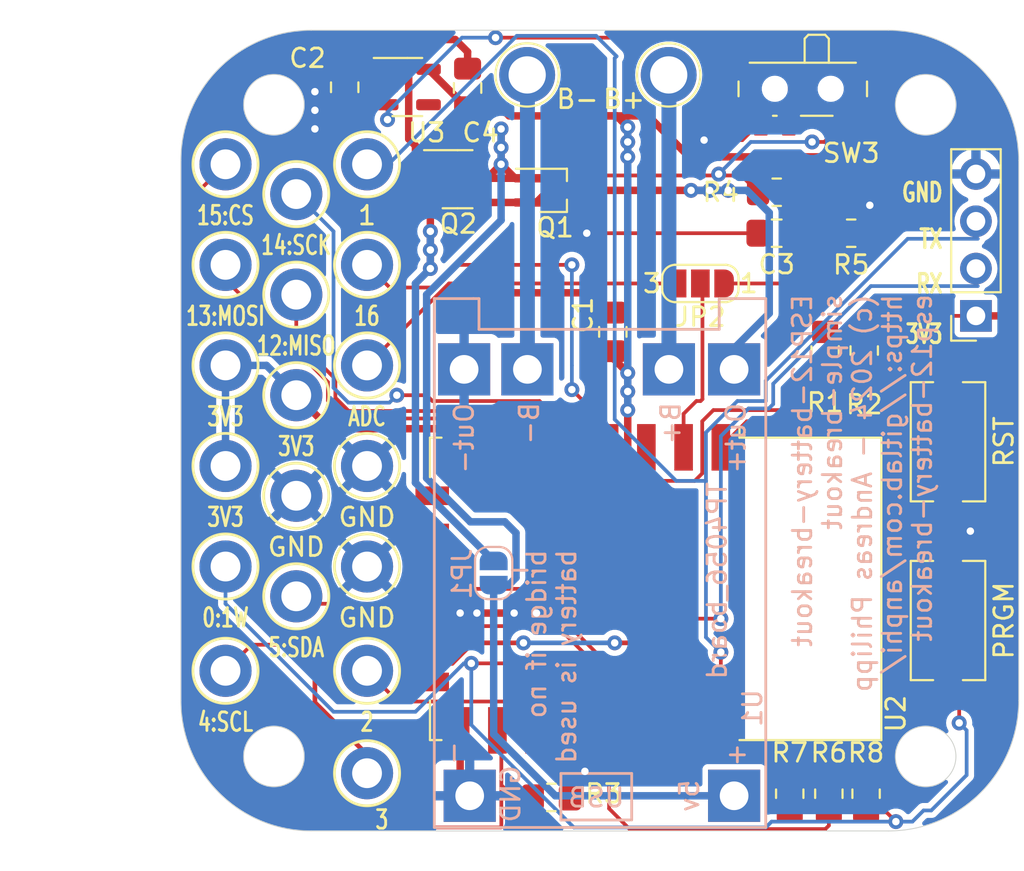
<source format=kicad_pcb>
(kicad_pcb (version 20221018) (generator pcbnew)
  (layers (0 "F.Cu" signal) (31 "B.Cu" signal) (34 "B.Paste" user) (35 "F.Paste" user) (36 "B.SilkS" user "B.Silkscreen") (37 "F.SilkS" user "F.Silkscreen") (38 "B.Mask" user) (39 "F.Mask" user) (44 "Edge.Cuts" user))
  (net 0 "")
  (net 1 "VCC_SENSE")
  (net 2 "GND")
  (net 3 "Net-(J1-Pin_1)")
  (net 4 "Net-(J2-Pin_1)")
  (net 5 "SCL")
  (net 6 "SDA")
  (net 7 "Net-(JP1-A)")
  (net 8 "/RST")
  (net 9 "GPIO0")
  (net 10 "ADC")
  (net 11 "Net-(Q1-D)")
  (net 12 "Net-(U2-EN)")
  (net 13 "ADC_EXT")
  (net 14 "RXD")
  (net 15 "TXD")
  (net 16 "+3V3")
  (net 17 "GPIO15")
  (net 18 "GPIO2")
  (net 19 "GPIO12")
  (net 20 "GPIO13")
  (net 21 "GPIO14")
  (net 22 "GPIO16")
  (net 27 "/VIN")
  (net 31 "EN")
  (footprint "TestPoint:TestPoint_Keystone_5005-5009_Compact" (layer "F.Cu") (at 159.7 63.2)
    (fp_text reference "TP9")
    (fp_text value "16")
  )
  (footprint "TestPoint:TestPoint_Keystone_5005-5009_Compact" (layer "F.Cu") (at 155.9 81)
    (fp_text reference "TP2")
    (fp_text value "5:SDA")
  )
  (footprint "Button_Switch_SMD:SW_Tactile_SPST_NO_Straight_CK_PTS636Sx25SMTRLFS" (layer "F.Cu") (at 190.9 72.7 90)
    (fp_text reference "SW1" hide)
    (fp_text value "RST")
  )
  (footprint "Button_Switch_SMD:SW_Tactile_SPST_NO_Straight_CK_PTS636Sx25SMTRLFS" (layer "F.Cu") (at 190.9 82.3 90)
    (fp_text reference "SW2" hide)
    (fp_text value "PRGM")
  )
  (footprint "TestPoint:TestPoint_Keystone_5005-5009_Compact" (layer "F.Cu") (at 155.9 75.6)
    (fp_text reference "TP18")
    (fp_text value "GND")
  )
  (footprint "Resistor_SMD:R_0805_2012Metric_Pad1.20x1.40mm_HandSolder" (layer "F.Cu") (at 181.7 59.3)
    (fp_text reference "R4")
    (fp_text value "1M")
  )
  (footprint "TestPoint:TestPoint_Keystone_5005-5009_Compact" (layer "F.Cu") (at 159.7 57.8)
    (fp_text reference "TP11" hide)
    (fp_text value "1")
  )
  (footprint "TestPoint:TestPoint_Keystone_5005-5009_Compact" (layer "F.Cu") (at 159.7 74)
    (fp_text reference "TP17")
    (fp_text value "GND")
  )
  (footprint "Package_TO_SOT_SMD:SOT-23-5" (layer "F.Cu") (at 161.8625 53.65)
    (fp_text reference "U3")
    (fp_text value "TLV75533PDBV")
  )
  (footprint "TestPoint:TestPoint_Keystone_5005-5009_Compact" (layer "F.Cu") (at 152.1 57.8)
    (fp_text reference "TP8")
    (fp_text value "15:CS")
  )
  (footprint "Capacitor_SMD:C_0805_2012Metric_Pad1.18x1.45mm_HandSolder" (layer "F.Cu") (at 181.7 61.5 180)
    (fp_text reference "C3")
    (fp_text value "100n")
  )
  (footprint "TestPoint:TestPoint_Keystone_5005-5009_Compact" (layer "F.Cu") (at 152.1 68.6)
    (fp_text reference "TP15")
    (fp_text value "3V3")
  )
  (footprint "Resistor_SMD:R_0805_2012Metric_Pad1.20x1.40mm_HandSolder" (layer "F.Cu") (at 186.5 91.6 -90)
    (fp_text reference "R8")
    (fp_text value "4,7k")
  )
  (footprint "esp-board-lib:daughterboard-template" (layer "F.Cu") (at 149.7 93.6)
    (fp_text reference "REF**" hide)
    (fp_text value "daughterboard-template")
    (fp_line (start 0 -7) (end 0 -36) (stroke (width 0.05)) (layer "Edge.Cuts"))
    (fp_line (start 7 -43) (end 38 -43) (stroke (width 0.05)) (layer "Edge.Cuts"))
    (fp_line (start 38 0) (end 7 0) (stroke (width 0.05)) (layer "Edge.Cuts"))
    (fp_line (start 45 -36) (end 45 -7) (stroke (width 0.05)) (layer "Edge.Cuts"))
    (fp_arc (start 0 -36) (mid 2.050253 -40.949747) (end 7 -43) (stroke (width 0.05)) (layer "Edge.Cuts"))
    (fp_arc (start 7 0) (mid 2.050253 -2.050253) (end 0 -7) (stroke (width 0.05)) (layer "Edge.Cuts"))
    (fp_arc (start 38 -43) (mid 42.949747 -40.949747) (end 45 -36) (stroke (width 0.05)) (layer "Edge.Cuts"))
    (fp_arc (start 45 -7) (mid 42.949747 -2.050253) (end 38 0) (stroke (width 0.05)) (layer "Edge.Cuts"))
    (fp_circle (center 5 -39) (end 3.375 -39) (stroke (width 0.05)) (fill none) (layer "Edge.Cuts"))
    (fp_circle (center 5 -4) (end 3.375 -4) (stroke (width 0.05)) (fill none) (layer "Edge.Cuts"))
    (fp_circle (center 40 -39) (end 38.375 -39) (stroke (width 0.05)) (fill none) (layer "Edge.Cuts"))
    (fp_circle (center 40 -4) (end 38.375 -4) (stroke (width 0.05)) (fill none) (layer "Edge.Cuts"))
  )
  (footprint "Jumper:SolderJumper-3_P1.3mm_Open_RoundedPad1.0x1.5mm_NumberLabels" (layer "F.Cu") (at 177.6 64.2 180)
    (fp_text reference "JP2")
    (fp_text value "ADC_SRC")
  )
  (footprint "Package_TO_SOT_SMD:SOT-23-3" (layer "F.Cu") (at 164.5625 58.6)
    (fp_text reference "Q2")
    (fp_text value "DMN2310U")
  )
  (footprint "Resistor_SMD:R_0805_2012Metric_Pad1.20x1.40mm_HandSolder" (layer "F.Cu") (at 184.5 91.6 -90)
    (fp_text reference "R6")
    (fp_text value "4,7k")
  )
  (footprint "Capacitor_SMD:C_0805_2012Metric_Pad1.18x1.45mm_HandSolder" (layer "F.Cu") (at 165.1 53.7 90)
    (fp_text reference "C4")
    (fp_text value "1u")
  )
  (footprint "Resistor_SMD:R_0805_2012Metric_Pad1.20x1.40mm_HandSolder" (layer "F.Cu") (at 185.7 61.5)
    (fp_text reference "R5")
    (fp_text value "220k")
  )
  (footprint "TestPoint:TestPoint_Keystone_5005-5009_Compact" (layer "F.Cu") (at 159.7 68.6)
    (fp_text reference "TP10")
    (fp_text value "ADC")
  )
  (footprint "TestPoint:TestPoint_Keystone_5005-5009_Compact" (layer "F.Cu") (at 152.1 63.2)
    (fp_text reference "TP6")
    (fp_text value "13:MOSI")
  )
  (footprint "TestPoint:TestPoint_Keystone_5005-5009_Compact" (layer "F.Cu") (at 155.9 64.8)
    (fp_text reference "TP5")
    (fp_text value "12:MISO")
  )
  (footprint "TestPoint:TestPoint_Plated_Hole_D2.0mm" (layer "F.Cu") (at 175.9 53)
    (fp_text reference "J2")
    (fp_text value "B+")
  )
  (footprint "TestPoint:TestPoint_Keystone_5005-5009_Compact" (layer "F.Cu") (at 159.7 85)
    (fp_text reference "TP4")
    (fp_text value "2")
  )
  (footprint "TestPoint:TestPoint_Keystone_5005-5009_Compact" (layer "F.Cu") (at 152.1 74)
    (fp_text reference "TP14")
    (fp_text value "3V3")
  )
  (footprint "TestPoint:TestPoint_Keystone_5005-5009_Compact" (layer "F.Cu") (at 159.7 79.4)
    (fp_text reference "TP16")
    (fp_text value "GND")
  )
  (footprint "Capacitor_SMD:C_0805_2012Metric_Pad1.18x1.45mm_HandSolder" (layer "F.Cu") (at 158.5 53.6625 -90)
    (fp_text reference "C2")
    (fp_text value "1u")
  )
  (footprint "TestPoint:TestPoint_Keystone_5005-5009_Compact" (layer "F.Cu") (at 152.1 79.4)
    (fp_text reference "TP3")
    (fp_text value "0:1W")
  )
  (footprint "Capacitor_SMD:C_0805_2012Metric_Pad1.18x1.45mm_HandSolder" (layer "F.Cu") (at 172.9 66.8 -90)
    (fp_text reference "C1")
    (fp_text value "100n")
  )
  (footprint "Button_Switch_SMD:SW_SPDT_PCM12" (layer "F.Cu") (at 183.1 54.075 180)
    (fp_text reference "SW3")
    (fp_text value "PWR")
  )
  (footprint "Resistor_SMD:R_0805_2012Metric_Pad1.20x1.40mm_HandSolder" (layer "F.Cu") (at 169.6 91.8)
    (fp_text reference "R3")
    (fp_text value "10k")
  )
  (footprint "TestPoint:TestPoint_Keystone_5005-5009_Compact" (layer "F.Cu") (at 155.9 70.2)
    (fp_text reference "TP13")
    (fp_text value "3V3")
  )
  (footprint "Resistor_SMD:R_0805_2012Metric_Pad1.20x1.40mm_HandSolder" (layer "F.Cu") (at 184.3 67.8 -90)
    (fp_text reference "R1")
    (fp_text value "10k")
  )
  (footprint "Resistor_SMD:R_0805_2012Metric_Pad1.20x1.40mm_HandSolder" (layer "F.Cu") (at 182.4 91.6 -90)
    (fp_text reference "R7")
    (fp_text value "4,7k")
  )
  (footprint "TestPoint:TestPoint_Keystone_5005-5009_Compact" (layer "F.Cu") (at 152.1 85)
    (fp_text reference "TP1")
    (fp_text value "4:SCL")
  )
  (footprint "TestPoint:TestPoint_Plated_Hole_D2.0mm" (layer "F.Cu") (at 168.3 53)
    (fp_text reference "J1")
    (fp_text value "B-")
  )
  (footprint "TestPoint:TestPoint_Keystone_5005-5009_Compact" (layer "F.Cu") (at 155.9 59.4)
    (fp_text reference "TP7")
    (fp_text value "14:SCK")
  )
  (footprint "Package_TO_SOT_SMD:SOT-323_SC-70_Handsoldering" (layer "F.Cu") (at 169.7 59.2)
    (fp_text reference "Q1")
    (fp_text value "PMF170XP")
  )
  (footprint "TestPoint:TestPoint_Keystone_5005-5009_Compact" (layer "F.Cu") (at 159.7 90.5)
    (fp_text reference "TP12" hide)
    (fp_text value "3")
  )
  (footprint "Connector_PinSocket_2.54mm:PinSocket_1x04_P2.54mm_Vertical" (layer "F.Cu") (at 192.4 65.94 180)
    (fp_text reference "J3" hide)
    (fp_text value "DEBUG")
  )
  (footprint "Resistor_SMD:R_0805_2012Metric_Pad1.20x1.40mm_HandSolder" (layer "F.Cu") (at 186.4 67.8 -90)
    (fp_text reference "R2")
    (fp_text value "10k")
  )
  (footprint "RF_Module:ESP-12E" (layer "F.Cu") (at 175.2 80.6 -90)
    (fp_text reference "U2")
    (fp_text value "ESP-12E")
  )
  (footprint "Jumper:SolderJumper-2_P1.3mm_Open_RoundedPad1.0x1.5mm" (layer "B.Cu") (at 166.5 79.75 90)
    (fp_text reference "JP1")
    (fp_text value "no battery bridge")
  )
  (footprint "anphi_util:TP4056-18650" (layer "B.Cu") (at 181.1125 93.4125 90)
    (fp_text reference "U1")
    (fp_text value "TP4056_board")
  )
  (gr_line (start 167.5 79.6) (end 168.3 79.6) (stroke (width 0.15)) (layer "B.SilkS"))
  (gr_text "bridge if no \nbattery is used" (at 171 78.4 90) (layer "B.SilkS") (effects (font (size 1 1)) (justify left bottom mirror)))
  (gr_text "ESP12-battery-breakout\nsimple-breakout\n(c) 2024 - Andreas Philipp\nhttps://gitlab.com/anphi/\nesp12-battery-breakout" (at 190.1 64.7 90) (layer "B.SilkS") (effects (font (size 1 1)) (justify left bottom mirror)))
  (gr_text "RX" (at 190.7 64.8) (layer "F.SilkS") (effects (font (size 1 0.7) (thickness 0.175) bold) (justify right bottom)))
  (gr_text "3V3" (at 190.7 67.5) (layer "F.SilkS") (effects (font (size 1 0.7) (thickness 0.175) bold) (justify right bottom)))
  (gr_text "GND" (at 190.7 59.9) (layer "F.SilkS") (effects (font (size 1 0.7) (thickness 0.175) bold) (justify right bottom)))
  (gr_text "TX" (at 190.7 62.4) (layer "F.SilkS") (effects (font (size 1 0.7) (thickness 0.175) bold) (justify right bottom)))
  (segment (start 182.3 64.2) (end 182.7375 63.7625) (width 0.2) (layer "F.Cu") (net 1))
  (segment (start 182.7375 63.7625) (end 182.7375 61.5) (width 0.2) (layer "F.Cu") (net 1))
  (segment (start 184.7 61.5) (end 182.7375 61.5) (width 0.2) (layer "F.Cu") (net 1))
  (segment (start 182.7 59.3) (end 182.7 61.4625) (width 0.2) (layer "F.Cu") (net 1))
  (segment (start 182.7 61.4625) (end 182.7375 61.5) (width 0.2) (layer "F.Cu") (net 1))
  (segment (start 178.9 64.2) (end 182.3 64.2) (width 0.2) (layer "F.Cu") (net 1))
  (segment (start 165.1 52.6625) (end 165.1 51.7625) (width 0.4) (layer "F.Cu") (net 2))
  (segment (start 156.9 51.5) (end 156.9 53.9) (width 0.4) (layer "F.Cu") (net 2))
  (segment (start 186.7 61.5) (end 186.7 60) (width 0.2) (layer "F.Cu") (net 2))
  (segment (start 165.1 51.7625) (end 164.4375 51.1) (width 0.4) (layer "F.Cu") (net 2))
  (segment (start 157.1 54.7) (end 156.9 54.9) (width 0.4) (layer "F.Cu") (net 2))
  (segment (start 171.8375 64.7) (end 172.9 65.7625) (width 0.4) (layer "F.Cu") (net 2))
  (segment (start 158.5 54.7) (end 157.1 54.7) (width 0.4) (layer "F.Cu") (net 2))
  (segment (start 179.855 56.5) (end 177.8 56.5) (width 0.2) (layer "F.Cu") (net 2))
  (segment (start 171.5 61.5) (end 180.6625 61.5) (width 0.2) (layer "F.Cu") (net 2))
  (segment (start 190.9 77.5) (end 192.1 77.5) (width 0.2) (layer "F.Cu") (net 2))
  (segment (start 156.9 55.9) (end 156.9 56) (width 0.4) (layer "F.Cu") (net 2))
  (segment (start 168.8 81.9) (end 168.9 81.9) (width 0.4) (layer "F.Cu") (net 2))
  (segment (start 164.7 88.2) (end 164.7 91.2) (width 0.4) (layer "F.Cu") (net 2))
  (segment (start 170.6 91.8) (end 170.6 91.2) (width 0.25) (layer "F.Cu") (net 2))
  (segment (start 164.4375 51.1) (end 157.3 51.1) (width 0.4) (layer "F.Cu") (net 2))
  (segment (start 190.9 77.5) (end 190.9 76.575) (width 0.2) (layer "F.Cu") (net 2))
  (segment (start 165.6 64.7) (end 171.8375 64.7) (width 0.4) (layer "F.Cu") (net 2))
  (segment (start 156.9 53.9) (end 156.9 54.9) (width 0.4) (layer "F.Cu") (net 2))
  (segment (start 164.9125 68.8125) (end 164.9125 65.4125) (width 0.4) (layer "F.Cu") (net 2))
  (segment (start 156.9 54.9) (end 156.9 55.9) (width 0.4) (layer "F.Cu") (net 2))
  (segment (start 157.3 51.1) (end 156.9 51.5) (width 0.4) (layer "F.Cu") (net 2))
  (segment (start 190.9 78.425) (end 190.9 77.5) (width 0.2) (layer "F.Cu") (net 2))
  (segment (start 167.6 81.9) (end 168.8 81.9) (width 0.4) (layer "F.Cu") (net 2))
  (segment (start 180.85 55.505) (end 179.855 56.5) (width 0.2) (layer "F.Cu") (net 2))
  (segment (start 164.7 81.9) (end 165.6 81.9) (width 0.4) (layer "F.Cu") (net 2))
  (segment (start 164.9 65.4) (end 165.6 64.7) (width 0.4) (layer "F.Cu") (net 2))
  (segment (start 164.7 91.2) (end 165.2125 91.7125) (width 0.2) (layer "F.Cu") (net 2))
  (segment (start 164.9125 65.4125) (end 164.9 65.4) (width 0.4) (layer "F.Cu") (net 2))
  (segment (start 156.9375 53.9375) (end 156.9 53.9) (width 0.4) (layer "F.Cu") (net 2))
  (segment (start 165.6 81.9) (end 167.6 81.9) (width 0.4) (layer "F.Cu") (net 2))
  (segment (start 160.725 53.65) (end 159.55 53.65) (width 0.4) (layer "F.Cu") (net 2))
  (segment (start 159.55 53.65) (end 158.5 54.7) (width 0.4) (layer "F.Cu") (net 2))
  (segment (start 170.6 91.2) (end 171.4 90.4) (width 0.25) (layer "F.Cu") (net 2))
  (via (at 192.1 77.5) (size 0.8) (drill 0.4) (layers "F.Cu" "B.Cu") (net 2))
  (via (at 168.8 81.9) (size 0.8) (drill 0.4) (layers "F.Cu" "B.Cu") (net 2))
  (via (at 156.9 54.9) (size 0.8) (drill 0.4) (layers "F.Cu" "B.Cu") (net 2))
  (via (at 165.6 81.9) (size 0.8) (drill 0.4) (layers "F.Cu" "B.Cu") (net 2))
  (via (at 156.9 55.9) (size 0.8) (drill 0.4) (layers "F.Cu" "B.Cu") (net 2))
  (via (at 171.5 61.5) (size 0.8) (drill 0.4) (layers "F.Cu" "B.Cu") (net 2))
  (via (at 167.6 81.9) (size 0.8) (drill 0.4) (layers "F.Cu" "B.Cu") (net 2))
  (via (at 164.7 81.9) (size 0.8) (drill 0.4) (layers "F.Cu" "B.Cu") (net 2))
  (via (at 177.8 56.5) (size 0.8) (drill 0.4) (layers "F.Cu" "B.Cu") (net 2))
  (via (at 186.7 60) (size 0.8) (drill 0.4) (layers "F.Cu" "B.Cu") (net 2))
  (via (at 171.4 90.4) (size 0.8) (drill 0.4) (layers "F.Cu" "B.Cu") (net 2))
  (via (at 156.9 53.9) (size 0.8) (drill 0.4) (layers "F.Cu" "B.Cu") (net 2))
  (segment (start 168.3125 68.8125) (end 168.3125 52.6125) (width 0.8) (layer "B.Cu") (net 3))
  (segment (start 175.9125 52.6125) (end 175.9 52.6) (width 0.8) (layer "B.Cu") (net 4))
  (segment (start 175.9125 68.8125) (end 175.9125 52.6125) (width 0.8) (layer "B.Cu") (net 4))
  (segment (start 156.2 83.6) (end 157.9 81.9) (width 0.2) (layer "F.Cu") (net 5))
  (segment (start 161.5 81.9) (end 162.2 82.6) (width 0.2) (layer "F.Cu") (net 5))
  (segment (start 172.7 85.4) (end 172.7 88.2) (width 0.2) (layer "F.Cu") (net 5))
  (segment (start 152.1 85) (end 153.5 83.6) (width 0.2) (layer "F.Cu") (net 5))
  (segment (start 184.3125 93.5) (end 173.8 93.5) (width 0.2) (layer "F.Cu") (net 5))
  (segment (start 153.5 83.6) (end 156.2 83.6) (width 0.2) (layer "F.Cu") (net 5))
  (segment (start 184.5 92.5) (end 184.5 93.3125) (width 0.2) (layer "F.Cu") (net 5))
  (segment (start 172.7 92.4) (end 172.7 88.2) (width 0.2) (layer "F.Cu") (net 5))
  (segment (start 162.2 82.6) (end 169.9 82.6) (width 0.2) (layer "F.Cu") (net 5))
  (segment (start 184.5 93.3125) (end 184.3125 93.5) (width 0.2) (layer "F.Cu") (net 5))
  (segment (start 173.8 93.5) (end 172.7 92.4) (width 0.2) (layer "F.Cu") (net 5))
  (segment (start 169.9 82.6) (end 172.7 85.4) (width 0.2) (layer "F.Cu") (net 5))
  (segment (start 157.9 81.9) (end 161.5 81.9) (width 0.2) (layer "F.Cu") (net 5))
  (segment (start 174.7 86.725) (end 174.7 88.2) (width 0.2) (layer "F.Cu") (net 6))
  (segment (start 181.2 91.2) (end 181.2 90.1) (width 0.2) (layer "F.Cu") (net 6))
  (segment (start 181.2 90.1) (end 181 89.9) (width 0.2) (layer "F.Cu") (net 6))
  (segment (start 175.65 89.9) (end 174.7 88.95) (width 0.2) (layer "F.Cu") (net 6))
  (segment (start 168.575 80.6) (end 174.7 86.725) (width 0.2) (layer "F.Cu") (net 6))
  (segment (start 155.9 81) (end 156.3 81.4) (width 0.2) (layer "F.Cu") (net 6))
  (segment (start 181 89.9) (end 175.65 89.9) (width 0.2) (layer "F.Cu") (net 6))
  (segment (start 182.3 92.3) (end 181.2 91.2) (width 0.2) (layer "F.Cu") (net 6))
  (segment (start 161.4 81.4) (end 162.2 80.6) (width 0.2) (layer "F.Cu") (net 6))
  (segment (start 156.3 81.4) (end 161.4 81.4) (width 0.2) (layer "F.Cu") (net 6))
  (segment (start 174.7 88.95) (end 174.7 88.2) (width 0.2) (layer "F.Cu") (net 6))
  (segment (start 162.2 80.6) (end 168.575 80.6) (width 0.2) (layer "F.Cu") (net 6))
  (segment (start 164.375 58.6) (end 163.425 57.65) (width 0.4) (layer "F.Cu") (net 7))
  (segment (start 166.9 57.8) (end 166.9 55.9) (width 0.4) (layer "F.Cu") (net 7))
  (segment (start 167.65 58.55) (end 166.9 57.8) (width 0.4) (layer "F.Cu") (net 7))
  (segment (start 168.37 58.55) (end 165.75 58.55) (width 0.4) (layer "F.Cu") (net 7))
  (segment (start 165.7 58.6) (end 164.375 58.6) (width 0.4) (layer "F.Cu") (net 7))
  (segment (start 165.7 58.6) (end 166.1 58.6) (width 0.4) (layer "F.Cu") (net 7))
  (segment (start 165.75 58.55) (end 165.7 58.6) (width 0.4) (layer "F.Cu") (net 7))
  (segment (start 168.37 58.55) (end 167.65 58.55) (width 0.4) (layer "F.Cu") (net 7))
  (segment (start 166.1 58.6) (end 166.9 57.8) (width 0.4) (layer "F.Cu") (net 7))
  (via (at 166.9 57.8) (size 0.8) (drill 0.4) (layers "F.Cu" "B.Cu") (net 7))
  (via (at 166.9 55.9) (size 0.8) (drill 0.4) (layers "F.Cu" "B.Cu") (net 7))
  (via (at 166.9 56.9) (size 0.8) (drill 0.4) (layers "F.Cu" "B.Cu") (net 7))
  (segment (start 166.5 88.4) (end 166.5 80.4) (width 0.4) (layer "B.Cu") (net 7))
  (segment (start 167.3 80.4) (end 167.7 80) (width 0.4) (layer "B.Cu") (net 7))
  (segment (start 162.9 64.8) (end 166.9 60.8) (width 0.4) (layer "B.Cu") (net 7))
  (segment (start 167.7 77.6) (end 167.1 77) (width 0.4) (layer "B.Cu") (net 7))
  (segment (start 166.9 57.8) (end 166.9 55.9) (width 0.4) (layer "B.Cu") (net 7))
  (segment (start 167.1 77) (end 165.248528 77) (width 0.4) (layer "B.Cu") (net 7))
  (segment (start 179.4125 91.7125) (end 169.8125 91.7125) (width 0.4) (layer "B.Cu") (net 7))
  (segment (start 165.248528 77) (end 162.9 74.651472) (width 0.4) (layer "B.Cu") (net 7))
  (segment (start 166.9 60.8) (end 166.9 57.8) (width 0.4) (layer "B.Cu") (net 7))
  (segment (start 162.9 74.651472) (end 162.9 64.8) (width 0.4) (layer "B.Cu") (net 7))
  (segment (start 166.5 80.4) (end 167.3 80.4) (width 0.4) (layer "B.Cu") (net 7))
  (segment (start 169.8125 91.7125) (end 166.5 88.4) (width 0.4) (layer "B.Cu") (net 7))
  (segment (start 167.7 80) (end 167.7 77.6) (width 0.4) (layer "B.Cu") (net 7))
  (segment (start 190.875 68.8) (end 186.4 68.8) (width 0.2) (layer "F.Cu") (net 8))
  (segment (start 190.9 68.825) (end 190.875 68.8) (width 0.2) (layer "F.Cu") (net 8))
  (segment (start 180.1 71.6) (end 178.7 73) (width 0.2) (layer "F.Cu") (net 8))
  (segment (start 186.4 68.8) (end 186.4 70.3) (width 0.2) (layer "F.Cu") (net 8))
  (segment (start 185.1 71.6) (end 180.1 71.6) (width 0.2) (layer "F.Cu") (net 8))
  (segment (start 186.4 70.3) (end 185.1 71.6) (width 0.2) (layer "F.Cu") (net 8))
  (segment (start 191.5 87.8) (end 191.5 86.775) (width 0.2) (layer "F.Cu") (net 9))
  (segment (start 187.6 92.6) (end 188.1 93.1) (width 0.2) (layer "F.Cu") (net 9))
  (segment (start 170.1 84.6) (end 165.3 84.6) (width 0.2) (layer "F.Cu") (net 9))
  (segment (start 191.5 86.775) (end 190.9 86.175) (width 0.2) (layer "F.Cu") (net 9))
  (segment (start 170.7 85.2) (end 170.1 84.6) (width 0.2) (layer "F.Cu") (net 9))
  (segment (start 186.5 92.6) (end 187.6 92.6) (width 0.2) (layer "F.Cu") (net 9))
  (segment (start 170.7 88.2) (end 170.7 85.2) (width 0.2) (layer "F.Cu") (net 9))
  (via (at 188.1 93.1) (size 0.8) (drill 0.4) (layers "F.Cu" "B.Cu") (net 9))
  (via (at 191.5 87.8) (size 0.8) (drill 0.4) (layers "F.Cu" "B.Cu") (net 9))
  (via (at 165.3 84.6) (size 0.8) (drill 0.4) (layers "F.Cu" "B.Cu") (net 9))
  (segment (start 191.9 90.6) (end 191.9 88.2) (width 0.2) (layer "B.Cu") (net 9))
  (segment (start 164.9 84.6) (end 162.3 87.2) (width 0.2) (layer "B.Cu") (net 9))
  (segment (start 191.9 88.2) (end 191.5 87.8) (width 0.2) (layer "B.Cu") (net 9))
  (segment (start 189.587317 92.5) (end 190 92.5) (width 0.2) (layer "B.Cu") (net 9))
  (segment (start 152.1 81.4) (end 152.1 79.4) (width 0.2) (layer "B.Cu") (net 9))
  (segment (start 170.805394 93.4125) (end 181.1125 93.4125) (width 0.2) (layer "B.Cu") (net 9))
  (segment (start 165.3 87.907106) (end 170.805394 93.4125) (width 0.2) (layer "B.Cu") (net 9))
  (segment (start 181.1125 93.4125) (end 181.425 93.1) (width 0.2) (layer "B.Cu") (net 9))
  (segment (start 188.987317 93.1) (end 189.587317 92.5) (width 0.2) (layer "B.Cu") (net 9))
  (segment (start 162.3 87.2) (end 157.9 87.2) (width 0.2) (layer "B.Cu") (net 9))
  (segment (start 181.425 93.1) (end 188.987317 93.1) (width 0.2) (layer "B.Cu") (net 9))
  (segment (start 190 92.5) (end 191.9 90.6) (width 0.2) (layer "B.Cu") (net 9))
  (segment (start 165.3 84.6) (end 165.3 87.907106) (width 0.2) (layer "B.Cu") (net 9))
  (segment (start 157.9 87.2) (end 152.1 81.4) (width 0.2) (layer "B.Cu") (net 9))
  (segment (start 165.3 84.6) (end 164.9 84.6) (width 0.2) (layer "B.Cu") (net 9))
  (segment (start 177.7125 70.4125) (end 177.7125 64.3125) (width 0.2) (layer "F.Cu") (net 10))
  (segment (start 176.7 73) (end 176.7 71.2) (width 0.2) (layer "F.Cu") (net 10))
  (segment (start 177.3875 70.5125) (end 177.6125 70.5125) (width 0.2) (layer "F.Cu") (net 10))
  (segment (start 177.7125 64.3125) (end 177.6 64.2) (width 0.2) (layer "F.Cu") (net 10))
  (segment (start 177.6125 70.5125) (end 177.7125 70.4125) (width 0.2) (layer "F.Cu") (net 10))
  (segment (start 176.7 71.2) (end 177.3875 70.5125) (width 0.2) (layer "F.Cu") (net 10))
  (segment (start 179.1 59.2) (end 179.3 59.2) (width 0.4) (layer "F.Cu") (net 11))
  (segment (start 171.03 59.2) (end 179.1 59.2) (width 0.4) (layer "F.Cu") (net 11))
  (via (at 179.1 59.2) (size 0.8) (drill 0.4) (layers "F.Cu" "B.Cu") (net 11))
  (via (at 177.1 59.2) (size 0.8) (drill 0.4) (layers "F.Cu" "B.Cu") (net 11))
  (via (at 178.1 59.2) (size 0.8) (drill 0.4) (layers "F.Cu" "B.Cu") (net 11))
  (segment (start 181.3 60.4) (end 180.1 59.2) (width 0.4) (layer "B.Cu") (net 11))
  (segment (start 179.4125 68.8125) (end 179.4125 67.6875) (width 0.4) (layer "B.Cu") (net 11))
  (segment (start 180.1 59.2) (end 179.1 59.2) (width 0.4) (layer "B.Cu") (net 11))
  (segment (start 181.3 65.8) (end 181.3 60.4) (width 0.4) (layer "B.Cu") (net 11))
  (segment (start 178.1 59.2) (end 179.1 59.2) (width 0.4) (layer "B.Cu") (net 11))
  (segment (start 179.4125 67.6875) (end 181.3 65.8) (width 0.4) (layer "B.Cu") (net 11))
  (segment (start 177.1 59.2) (end 176.9 59.2) (width 0.4) (layer "B.Cu") (net 11))
  (segment (start 178.1 59.2) (end 177.1 59.2) (width 0.4) (layer "B.Cu") (net 11))
  (segment (start 183.7 71) (end 184.3 70.4) (width 0.2) (layer "F.Cu") (net 12))
  (segment (start 177.3 74.8) (end 177.7 74.4) (width 0.2) (layer "F.Cu") (net 12))
  (segment (start 178.3 71) (end 183.7 71) (width 0.2) (layer "F.Cu") (net 12))
  (segment (start 177.7 74.4) (end 177.7 71.6) (width 0.2) (layer "F.Cu") (net 12))
  (segment (start 175.1 74.8) (end 177.3 74.8) (width 0.2) (layer "F.Cu") (net 12))
  (segment (start 174.7 73) (end 174.7 74.4) (width 0.2) (layer "F.Cu") (net 12))
  (segment (start 184.3 70.4) (end 184.3 68.8) (width 0.2) (layer "F.Cu") (net 12))
  (segment (start 174.7 74.4) (end 175.1 74.8) (width 0.2) (layer "F.Cu") (net 12))
  (segment (start 177.7 71.6) (end 178.3 71) (width 0.2) (layer "F.Cu") (net 12))
  (segment (start 164.1 64.2) (end 176.3 64.2) (width 0.2) (layer "F.Cu") (net 13))
  (segment (start 159.7 68.6) (end 164.1 64.2) (width 0.2) (layer "F.Cu") (net 13))
  (segment (start 176.7 88.2) (end 176.7 83.6) (width 0.2) (layer "F.Cu") (net 14))
  (segment (start 159.8 89.6) (end 156.9 86.7) (width 0.25) (layer "F.Cu") (net 14))
  (segment (start 164.274695 84.6) (end 165.374695 83.5) (width 0.25) (layer "F.Cu") (net 14))
  (segment (start 162.2 84.6) (end 164.274695 84.6) (width 0.25) (layer "F.Cu") (net 14))
  (segment (start 165.374695 83.5) (end 168.1 83.5) (width 0.25) (layer "F.Cu") (net 14))
  (segment (start 158.2 83) (end 160.6 83) (width 0.25) (layer "F.Cu") (net 14))
  (segment (start 160.6 83) (end 162.2 84.6) (width 0.25) (layer "F.Cu") (net 14))
  (segment (start 156.9 86.7) (end 156.9 84.3) (width 0.25) (layer "F.Cu") (net 14))
  (segment (start 156.9 84.3) (end 158.2 83) (width 0.25) (layer "F.Cu") (net 14))
  (segment (start 177.3 82.2) (end 178.7 82.2) (width 0.2) (layer "F.Cu") (net 14))
  (segment (start 176.7 83.6) (end 176.7 82.8) (width 0.2) (layer "F.Cu") (net 14))
  (segment (start 173 83.5) (end 176.6 83.5) (width 0.25) (layer "F.Cu") (net 14))
  (segment (start 176.7 82.8) (end 177.3 82.2) (width 0.2) (layer "F.Cu") (net 14))
  (via (at 173 83.5) (size 0.8) (drill 0.4) (layers "F.Cu" "B.Cu") (net 14))
  (via (at 168.1 83.5) (size 0.8) (drill 0.4) (layers "F.Cu" "B.Cu") (net 14))
  (via (at 178.7 82.2) (size 0.8) (drill 0.4) (layers "F.Cu" "B.Cu") (net 14))
  (segment (start 178.7 82.2) (end 178.7 72.4) (width 0.2) (layer "B.Cu") (net 14))
  (segment (start 181.278185 70.9125) (end 181.5125 70.678185) (width 0.2) (layer "B.Cu") (net 14))
  (segment (start 180.1875 70.9125) (end 181.278185 70.9125) (width 0.2) (layer "B.Cu") (net 14))
  (segment (start 181.5125 69.5875) (end 186.76 64.34) (width 0.2) (layer "B.Cu") (net 14))
  (segment (start 181.5125 70.678185) (end 181.5125 69.5875) (width 0.2) (layer "B.Cu") (net 14))
  (segment (start 186.76 64.34) (end 192.5 64.34) (width 0.2) (layer "B.Cu") (net 14))
  (segment (start 178.7 72.4) (end 180.1875 70.9125) (width 0.2) (layer "B.Cu") (net 14))
  (segment (start 168.1 83.5) (end 173 83.5) (width 0.25) (layer "B.Cu") (net 14))
  (segment (start 178.7 88.2) (end 178.7 84) (width 0.2) (layer "F.Cu") (net 15))
  (via (at 178.7 84) (size 0.8) (drill 0.4) (layers "F.Cu" "B.Cu") (net 15))
  (segment (start 181.1125 70.5125) (end 181.1125 69.421814) (width 0.2) (layer "B.Cu") (net 15))
  (segment (start 179.5875 70.5125) (end 181.1125 70.5125) (width 0.2) (layer "B.Cu") (net 15))
  (segment (start 177.9 72.2) (end 179.5875 70.5125) (width 0.2) (layer "B.Cu") (net 15))
  (segment (start 177.9 83.2) (end 177.9 74.8) (width 0.2) (layer "B.Cu") (net 15))
  (segment (start 167.744975 50.9) (end 172 50.9) (width 0.2) (layer "B.Cu") (net 15))
  (segment (start 173.1 52) (end 173 52.1) (width 0.2) (layer "B.Cu") (net 15))
  (segment (start 160.844975 57.8) (end 167.744975 50.9) (width 0.2) (layer "B.Cu") (net 15))
  (segment (start 172 50.9) (end 173.1 52) (width 0.2) (layer "B.Cu") (net 15))
  (segment (start 188.734314 61.8) (end 192.5 61.8) (width 0.2) (layer "B.Cu") (net 15))
  (segment (start 181.1125 69.421814) (end 188.734314 61.8) (width 0.2) (layer "B.Cu") (net 15))
  (segment (start 159.7 57.8) (end 160.844975 57.8) (width 0.2) (layer "B.Cu") (net 15))
  (segment (start 178.7 84) (end 177.9 83.2) (width 0.2) (layer "B.Cu") (net 15))
  (segment (start 173 71.5) (end 176.3 74.8) (width 0.2) (layer "B.Cu") (net 15))
  (segment (start 176.3 74.8) (end 177.9 74.8) (width 0.2) (layer "B.Cu") (net 15))
  (segment (start 177.9 74.8) (end 177.9 72.2) (width 0.2) (layer "B.Cu") (net 15))
  (segment (start 173 52.1) (end 173 71.5) (width 0.2) (layer "B.Cu") (net 15))
  (segment (start 163.7 72) (end 157.7 72) (width 0.4) (layer "F.Cu") (net 16))
  (segment (start 177 57.4) (end 174.8 55.2) (width 0.4) (layer "F.Cu") (net 16))
  (segment (start 184.5 90.5) (end 185.8 90.5) (width 0.2) (layer "F.Cu") (net 16))
  (segment (start 173.7 55.8) (end 173.1 55.2) (width 0.4) (layer "F.Cu") (net 16))
  (segment (start 186.5 90) (end 187.9 88.6) (width 0.2) (layer "F.Cu") (net 16))
  (segment (start 173.7 70) (end 173.7 71) (width 0.4) (layer "F.Cu") (net 16))
  (segment (start 165.1 54.7375) (end 165.0375 54.7375) (width 0.4) (layer "F.Cu") (net 16))
  (segment (start 193.64 65.94) (end 192.4 65.94) (width 0.4) (layer "F.Cu") (net 16))
  (segment (start 172.9 76.2) (end 165.7 76.2) (width 0.4) (layer "F.Cu") (net 16))
  (segment (start 192.4 65.94) (end 192.54 65.8) (width 0.4) (layer "F.Cu") (net 16))
  (segment (start 172.325 55.2) (end 167.331371 55.2) (width 0.4) (layer "F.Cu") (net 16))
  (segment (start 166.868871 54.7375) (end 165.1 54.7375) (width 0.4) (layer "F.Cu") (net 16))
  (segment (start 165.7 76.2) (end 164.7 75.2) (width 0.4) (layer "F.Cu") (net 16))
  (segment (start 167.331371 55.2) (end 166.868871 54.7375) (width 0.4) (layer "F.Cu") (net 16))
  (segment (start 190.7 56.7) (end 190 57.4) (width 0.4) (layer "F.Cu") (net 16))
  (segment (start 194.3 57.3) (end 193.7 56.7) (width 0.4) (layer "F.Cu") (net 16))
  (segment (start 194.3 78.6) (end 194.3 65.8) (width 0.4) (layer "F.Cu") (net 16))
  (segment (start 194.3 65.8) (end 194.3 64.7) (width 0.4) (layer "F.Cu") (net 16))
  (segment (start 173.1 55.2) (end 172.325 55.2) (width 0.4) (layer "F.Cu") (net 16))
  (segment (start 187.9 88.6) (end 187.9 85.5) (width 0.2) (layer "F.Cu") (net 16))
  (segment (start 190 57.4) (end 177 57.4) (width 0.4) (layer "F.Cu") (net 16))
  (segment (start 184.3 66.8) (end 188.2 66.8) (width 0.2) (layer "F.Cu") (net 16))
  (segment (start 172.9 67.8375) (end 172.9 68.2) (width 0.4) (layer "F.Cu") (net 16))
  (segment (start 174.8 55.2) (end 172.325 55.2) (width 0.4) (layer "F.Cu") (net 16))
  (segment (start 173.7 55.825) (end 173.7 55.8) (width 0.4) (layer "F.Cu") (net 16))
  (segment (start 193.7 56.7) (end 190.7 56.7) (width 0.4) (layer "F.Cu") (net 16))
  (segment (start 189.06 65.94) (end 192.4 65.94) (width 0.2) (layer "F.Cu") (net 16))
  (segment (start 173.7 69) (end 173.7 68.8) (width 0.4) (layer "F.Cu") (net 16))
  (segment (start 173.7 70) (end 173.7 69) (width 0.4) (layer "F.Cu") (net 16))
  (segment (start 164.7 75.2) (end 164.7 73) (width 0.4) (layer "F.Cu") (net 16))
  (segment (start 157.7 72) (end 155.9 70.2) (width 0.4) (layer "F.Cu") (net 16))
  (segment (start 194.3 65.28) (end 193.64 65.94) (width 0.4) (layer "F.Cu") (net 16))
  (segment (start 187.9 85.5) (end 194.3 79.1) (width 0.2) (layer "F.Cu") (net 16))
  (segment (start 172.9 68.2) (end 173.7 69) (width 0.4) (layer "F.Cu") (net 16))
  (segment (start 188.2 66.8) (end 189.06 65.94) (width 0.2) (layer "F.Cu") (net 16))
  (segment (start 173.7 56.6) (end 173.7 57.4) (width 0.4) (layer "F.Cu") (net 16))
  (segment (start 165.0375 54.7375) (end 163 52.7) (width 0.4) (layer "F.Cu") (net 16))
  (segment (start 173.7 55.825) (end 173.7 56.6) (width 0.4) (layer "F.Cu") (net 16))
  (segment (start 194.3 79.1) (end 194.3 78.6) (width 0.2) (layer "F.Cu") (net 16))
  (segment (start 182.4 90.5) (end 184.5 90.5) (width 0.2) (layer "F.Cu") (net 16))
  (segment (start 173.7 55.825) (end 173.7 55.825) (width 0.4) (layer "F.Cu") (net 16))
  (segment (start 186.5 90.6) (end 186.5 90) (width 0.2) (layer "F.Cu") (net 16))
  (segment (start 164.7 73) (end 163.7 72) (width 0.4) (layer "F.Cu") (net 16))
  (segment (start 173.7 75.4) (end 172.9 76.2) (width 0.4) (layer "F.Cu") (net 16))
  (segment (start 173.7 71) (end 173.7 75.4) (width 0.4) (layer "F.Cu") (net 16))
  (segment (start 194.3 64.7) (end 194.3 57.3) (width 0.4) (layer "F.Cu") (net 16))
  (segment (start 194.3 64.7) (end 194.3 65.28) (width 0.4) (layer "F.Cu") (net 16))
  (via (at 173.7 70) (size 0.8) (drill 0.4) (layers "F.Cu" "B.Cu") (net 16))
  (via (at 173.7 57.4) (size 0.8) (drill 0.4) (layers "F.Cu" "B.Cu") (net 16))
  (via (at 173.7 71) (size 0.8) (drill 0.4) (layers "F.Cu" "B.Cu") (net 16))
  (via (at 173.7 56.6) (size 0.8) (drill 0.4) (layers "F.Cu" "B.Cu") (net 16))
  (via (at 173.7 55.8) (size 0.8) (drill 0.4) (layers "F.Cu" "B.Cu") (net 16))
  (via (at 173.7 69) (size 0.8) (drill 0.4) (layers "F.Cu" "B.Cu") (net 16))
  (segment (start 154.3 68.6) (end 155.9 70.2) (width 0.4) (layer "B.Cu") (net 16))
  (segment (start 152.1 74) (end 152.1 68.6) (width 0.4) (layer "B.Cu") (net 16))
  (segment (start 152.1 68.6) (end 154.3 68.6) (width 0.4) (layer "B.Cu") (net 16))
  (segment (start 173.7 71) (end 173.7 55.8) (width 0.4) (layer "B.Cu") (net 16))
  (segment (start 152.1 57.8) (end 149.9 60) (width 0.2) (layer "F.Cu") (net 17))
  (segment (start 155.5 93.2) (end 161.4 93.2) (width 0.2) (layer "F.Cu") (net 17))
  (segment (start 149.9 60) (end 149.9 87.6) (width 0.2) (layer "F.Cu") (net 17))
  (segment (start 166.7 88.2) (end 166.9125 88.4125) (width 0.2) (layer "F.Cu") (net 17))
  (segment (start 149.9 87.6) (end 155.5 93.2) (width 0.2) (layer "F.Cu") (net 17))
  (segment (start 166.9125 93.3875) (end 166.9 93.4) (width 0.2) (layer "F.Cu") (net 17))
  (segment (start 161.4 93.2) (end 161.6125 93.4125) (width 0.2) (layer "F.Cu") (net 17))
  (segment (start 167.5375 91.8) (end 166.9375 91.2) (width 0.25) (layer "F.Cu") (net 17))
  (segment (start 161.6125 93.4125) (end 166.9 93.4125) (width 0.2) (layer "F.Cu") (net 17))
  (segment (start 166.9125 88.4125) (end 166.9125 93.3875) (width 0.2) (layer "F.Cu") (net 17))
  (segment (start 168.6 91.8) (end 167.5375 91.8) (width 0.25) (layer "F.Cu") (net 17))
  (segment (start 168.7 87.45) (end 168.7 88.2) (width 0.2) (layer "F.Cu") (net 18))
  (segment (start 167.9 86.65) (end 168.7 87.45) (width 0.2) (layer "F.Cu") (net 18))
  (segment (start 159.7 85) (end 161.35 86.65) (width 0.2) (layer "F.Cu") (net 18))
  (segment (start 161.35 86.65) (end 167.9 86.65) (width 0.2) (layer "F.Cu") (net 18))
  (segment (start 168.7 72.8) (end 168.7 73) (width 0.2) (layer "F.Cu") (net 19))
  (segment (start 155.9 67.234314) (end 156.765686 68.1) (width 0.2) (layer "F.Cu") (net 19))
  (segment (start 156.76985 68.1) (end 158 69.330151) (width 0.2) (layer "F.Cu") (net 19))
  (segment (start 158.715686 71.05) (end 166.95 71.05) (width 0.2) (layer "F.Cu") (net 19))
  (segment (start 166.95 71.05) (end 168.7 72.8) (width 0.2) (layer "F.Cu") (net 19))
  (segment (start 155.9 64.8) (end 155.9 67.234314) (width 0.2) (layer "F.Cu") (net 19))
  (segment (start 158 70.334314) (end 158.715686 71.05) (width 0.2) (layer "F.Cu") (net 19))
  (segment (start 158 69.330151) (end 158 70.334314) (width 0.2) (layer "F.Cu") (net 19))
  (segment (start 156.765686 68.1) (end 156.76985 68.1) (width 0.2) (layer "F.Cu") (net 19))
  (segment (start 158.55 71.45) (end 165.75 71.45) (width 0.2) (layer "F.Cu") (net 20))
  (segment (start 157.6 70.5) (end 158.55 71.45) (width 0.2) (layer "F.Cu") (net 20))
  (segment (start 156.604164 68.5) (end 157.6 69.495836) (width 0.2) (layer "F.Cu") (net 20))
  (segment (start 157.6 69.495836) (end 157.6 70.5) (width 0.2) (layer "F.Cu") (net 20))
  (segment (start 165.75 71.45) (end 166.7 72.4) (width 0.2) (layer "F.Cu") (net 20))
  (segment (start 152.1 64) (end 156.6 68.5) (width 0.2) (layer "F.Cu") (net 20))
  (segment (start 166.7 72.4) (end 166.7 73) (width 0.2) (layer "F.Cu") (net 20))
  (segment (start 156.6 68.5) (end 156.604164 68.5) (width 0.2) (layer "F.Cu") (net 20))
  (segment (start 152.1 63.2) (end 152.1 64) (width 0.2) (layer "F.Cu") (net 20))
  (segment (start 170.7 72.25) (end 168.9625 70.5125) (width 0.2) (layer "F.Cu") (net 21))
  (segment (start 161.3 70.2) (end 162.9 70.2) (width 0.2) (layer "F.Cu") (net 21))
  (segment (start 168.9625 70.5125) (end 163.2125 70.5125) (width 0.2) (layer "F.Cu") (net 21))
  (segment (start 163.2125 70.5125) (end 162.9 70.2) (width 0.2) (layer "F.Cu") (net 21))
  (segment (start 170.7 73) (end 170.7 72.25) (width 0.2) (layer "F.Cu") (net 21))
  (via (at 161.3 70.2) (size 0.8) (drill 0.4) (layers "F.Cu" "B.Cu") (net 21))
  (segment (start 155.9 59.4) (end 157.9 61.4) (width 0.2) (layer "B.Cu") (net 21))
  (segment (start 160.9 70.6) (end 161.3 70.2) (width 0.2) (layer "B.Cu") (net 21))
  (segment (start 157.9 69.8) (end 158.7 70.6) (width 0.2) (layer "B.Cu") (net 21))
  (segment (start 158.7 70.6) (end 160.9 70.6) (width 0.2) (layer "B.Cu") (net 21))
  (segment (start 157.9 61.4) (end 157.9 69.8) (width 0.2) (layer "B.Cu") (net 21))
  (segment (start 159.7 63.2) (end 160.917157 64.417157) (width 0.2) (layer "F.Cu") (net 22))
  (segment (start 172.7 71.9) (end 172.7 73) (width 0.2) (layer "F.Cu") (net 22))
  (segment (start 170.7 69.9) (end 172.7 71.9) (width 0.2) (layer "F.Cu") (net 22))
  (segment (start 160.917157 64.417157) (end 163.317157 64.417157) (width 0.2) (layer "F.Cu") (net 22))
  (segment (start 163.317157 64.417157) (end 164.534315 63.2) (width 0.2) (layer "F.Cu") (net 22))
  (segment (start 164.534315 63.2) (end 170.7 63.2) (width 0.2) (layer "F.Cu") (net 22))
  (via (at 170.7 69.9) (size 0.8) (drill 0.4) (layers "F.Cu" "B.Cu") (net 22))
  (via (at 170.7 63.2) (size 0.8) (drill 0.4) (layers "F.Cu" "B.Cu") (net 22))
  (segment (start 170.7 69.9) (end 170.7 68.6) (width 0.2) (layer "B.Cu") (net 22))
  (segment (start 170.7 68.6) (end 170.7 63.2) (width 0.2) (layer "B.Cu") (net 22))
  (segment (start 163.1 63.4) (end 163.1 59.875) (width 0.4) (layer "F.Cu") (net 27))
  (segment (start 168.37 59.85) (end 168.65 59.85) (width 0.2) (layer "F.Cu") (net 27))
  (segment (start 168.65 59.85) (end 170.1 58.4) (width 0.2) (layer "F.Cu") (net 27))
  (segment (start 183.6 56.6) (end 184.255 56.6) (width 0.2) (layer "F.Cu") (net 27))
  (segment (start 184.255 56.6) (end 185.35 55.505) (width 0.2) (layer "F.Cu") (net 27))
  (segment (start 168.37 59.85) (end 163.725 59.85) (width 0.4) (layer "F.Cu") (net 27))
  (segment (start 163.1 59.875) (end 163.425 59.55) (width 0.4) (layer "F.Cu") (net 27))
  (segment (start 160.725 52.7) (end 161.7375 52.7) (width 0.4) (layer "F.Cu") (net 27))
  (segment (start 161.9375 56.4375) (end 162.3 56.8) (width 0.4) (layer "F.Cu") (net 27))
  (segment (start 163.175 59.55) (end 163.425 59.55) (width 0.4) (layer "F.Cu") (net 27))
  (segment (start 161.9375 52.250001) (end 161.9375 52.9) (width 0.4) (layer "F.Cu") (net 27))
  (segment (start 162.3 58.425) (end 163.425 59.55) (width 0.4) (layer "F.Cu") (net 27))
  (segment (start 161.7375 52.7) (end 161.9375 52.9) (width 0.4) (layer "F.Cu") (net 27))
  (segment (start 158.5 52.625) (end 158.5 52.1) (width 0.4) (layer "F.Cu") (net 27))
  (segment (start 158.9 51.7) (end 161.387499 51.7) (width 0.4) (layer "F.Cu") (net 27))
  (segment (start 161.387499 51.7) (end 161.9375 52.250001) (width 0.4) (layer "F.Cu") (net 27))
  (segment (start 161.9375 52.9) (end 161.9375 56.4375) (width 0.4) (layer "F.Cu") (net 27))
  (segment (start 179.8 58.4) (end 180.7 59.3) (width 0.2) (layer "F.Cu") (net 27))
  (segment (start 162.3 56.8) (end 162.3 58.425) (width 0.4) (layer "F.Cu") (net 27))
  (segment (start 170.1 58.4) (end 179.8 58.4) (width 0.2) (layer "F.Cu") (net 27))
  (segment (start 158.5 52.1) (end 158.9 51.7) (width 0.4) (layer "F.Cu") (net 27))
  (segment (start 163.725 59.85) (end 163.425 59.55) (width 0.4) (layer "F.Cu") (net 27))
  (via (at 183.6 56.6) (size 0.8) (drill 0.4) (layers "F.Cu" "B.Cu") (net 27))
  (via (at 163.1 63.4) (size 0.8) (drill 0.4) (layers "F.Cu" "B.Cu") (net 27))
  (via (at 178.584768 58.325355) (size 0.8) (drill 0.4) (layers "F.Cu" "B.Cu") (net 27))
  (via (at 163.1 62.4) (size 0.8) (drill 0.4) (layers "F.Cu" "B.Cu") (net 27))
  (via (at 163.1 61.4) (size 0.8) (drill 0.4) (layers "F.Cu" "B.Cu") (net 27))
  (segment (start 163.1 61.4) (end 163.1125 61.4125) (width 0.4) (layer "B.Cu") (net 27))
  (segment (start 180.310123 56.6) (end 178.584768 58.325355) (width 0.2) (layer "B.Cu") (net 27))
  (segment (start 163.1 62.4) (end 163.1 61.4) (width 0.4) (layer "B.Cu") (net 27))
  (segment (start 183.6 56.6) (end 180.310123 56.6) (width 0.2) (layer "B.Cu") (net 27))
  (segment (start 162.3 74.9) (end 162.3 64.2) (width 0.4) (layer "B.Cu") (net 27))
  (segment (start 162.3 64.2) (end 163.1 63.4) (width 0.4) (layer "B.Cu") (net 27))
  (segment (start 166.5 79.1) (end 162.3 74.9) (width 0.4) (layer "B.Cu") (net 27))
  (segment (start 163.1 63.4) (end 163.1 62.4) (width 0.4) (layer "B.Cu") (net 27))
  (segment (start 181.3 51) (end 181.35 51.05) (width 0.2) (layer "F.Cu") (net 31))
  (segment (start 160.8 54.675) (end 160.725 54.6) (width 0.2) (layer "F.Cu") (net 31))
  (segment (start 166.6 51) (end 181.3 51) (width 0.2) (layer "F.Cu") (net 31))
  (segment (start 182.4 55.455) (end 182.35 55.505) (width 0.2) (layer "F.Cu") (net 31))
  (segment (start 181.35 51.05) (end 182.4 52.1) (width 0.2) (layer "F.Cu") (net 31))
  (segment (start 182.4 52.1) (end 182.4 55.455) (width 0.2) (layer "F.Cu") (net 31))
  (segment (start 160.8 55.4) (end 160.8 54.675) (width 0.2) (layer "F.Cu") (net 31))
  (via (at 160.8 55.4) (size 0.8) (drill 0.4) (layers "F.Cu" "B.Cu") (net 31))
  (via (at 166.6 51) (size 0.8) (drill 0.4) (layers "F.Cu" "B.Cu") (net 31))
  (segment (start 160.8 55) (end 160.8 55.4) (width 0.2) (layer "B.Cu") (net 31))
  (segment (start 164.8 51) (end 166.6 51) (width 0.2) (layer "B.Cu") (net 31))
  (segment (start 161.4 54.4) (end 160.8 55) (width 0.2) (layer "B.Cu") (net 31))
  (segment (start 161.4 54.4) (end 164.8 51) (width 0.2) (layer "B.Cu") (net 31))
  (zone (net 2) (net_name "GND") (layer "B.Cu") (connect_pads (clearance 0.3)) (min_thickness 0.25) (fill yes (thermal_gap 0.5) (thermal_bridge_width 0.5))
    (polygon (pts (xy 149.7 50.6) (xy 194.7 50.6) (xy 194.7 93.6) (xy 149.7 93.6)))
  )
)
</source>
